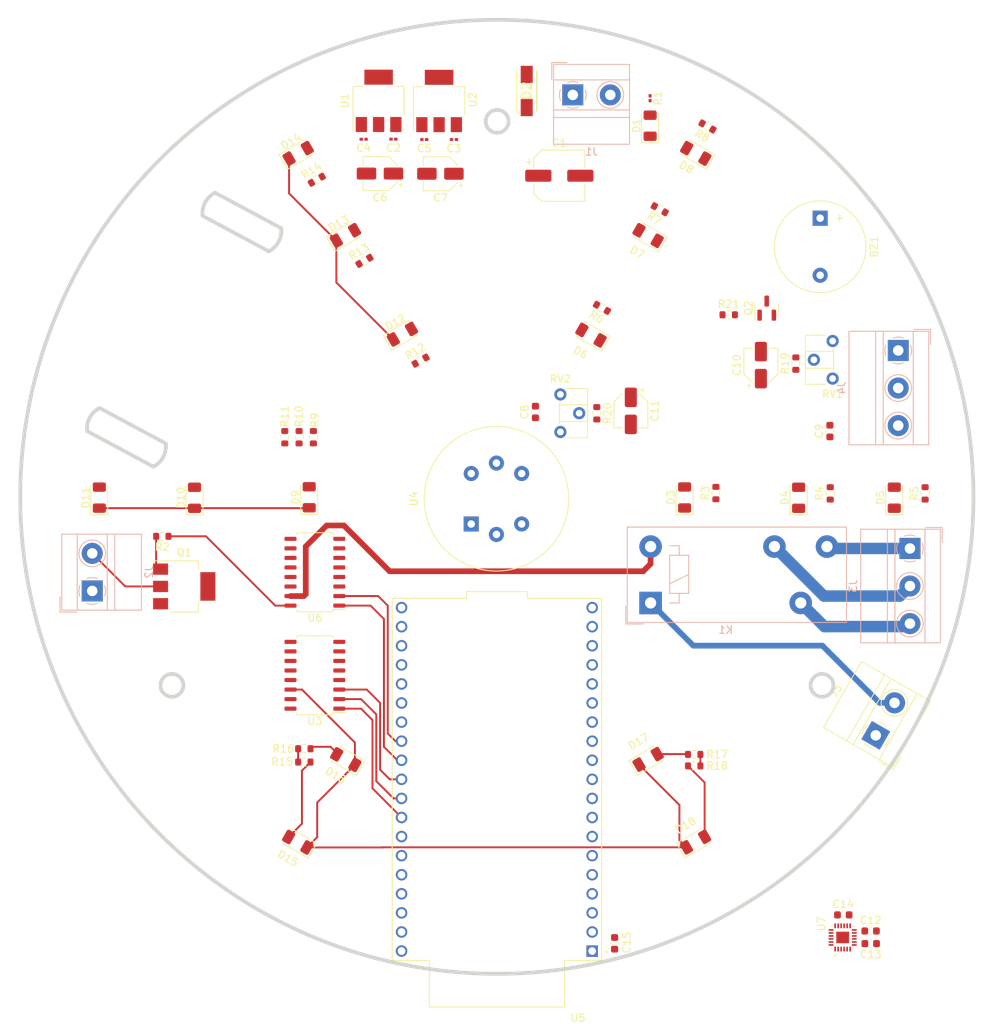
<source format=kicad_pcb>
(kicad_pcb (version 20221018) (generator pcbnew)
  (layers (0 "F.Cu" signal) (31 "B.Cu" signal) (34 "B.Paste" user) (35 "F.Paste" user) (36 "B.SilkS" user "B.Silkscreen") (37 "F.SilkS" user "F.Silkscreen") (38 "B.Mask" user) (39 "F.Mask" user) (44 "Edge.Cuts" user))
  (net 0 "")
  (net 1 "+3.3V")
  (net 2 "Net-(BZ1-+)")
  (net 3 "Earth")
  (net 4 "+5V")
  (net 5 "Net-(J4-Pin_3)")
  (net 6 "/Sen_ext")
  (net 7 "/Sen_int")
  (net 8 "Net-(U7-REGOUT)")
  (net 9 "Net-(D3-K)")
  (net 10 "Net-(D3-A)")
  (net 11 "Net-(D4-A)")
  (net 12 "Net-(D5-A)")
  (net 13 "Net-(D6-A)")
  (net 14 "Net-(D7-A)")
  (net 15 "Net-(D8-A)")
  (net 16 "Net-(D10-K)")
  (net 17 "Net-(D9-A)")
  (net 18 "Net-(D10-A)")
  (net 19 "Net-(D11-A)")
  (net 20 "Net-(D12-A)")
  (net 21 "Net-(D13-A)")
  (net 22 "Net-(D14-A)")
  (net 23 "Net-(D15-K)")
  (net 24 "Net-(D15-A)")
  (net 25 "Net-(D16-A)")
  (net 26 "Net-(D17-A)")
  (net 27 "Net-(D18-A)")
  (net 28 "+12V")
  (net 29 "/Pin_RL")
  (net 30 "Net-(Q1-G)")
  (net 31 "Net-(Q2-B)")
  (net 32 "/Pin_trans")
  (net 33 "/Pin_bzz")
  (net 34 "/ledR")
  (net 35 "/ledB")
  (net 36 "/ledY")
  (net 41 "GNDREF")
  (net 53 "/Pin_MPU")
  (net 68 "Net-(U5-IO16)")
  (net 69 "Net-(U5-IO17)")
  (net 71 "/SDA")
  (net 74 "/SCL")
  (net 91 "Net-(D2-A)")
  (net 92 "/Mod_trans/Trans_out")
  (net 93 "/Mod_Relay/Com")
  (net 94 "/Mod_Relay/NO")
  (net 95 "/Mod_Relay/12v_in")
  (net 96 "/Mod_Relay/NC")
  (net 97 "Net-(#FLG02-pwr)")
  (net 98 "Net-(#FLG05-pwr)")
  (footprint "Capacitor_SMD:C_0201_0603Metric" (layer "F.Cu") (at 91.625 47.43 180)
    (fp_text reference "C3")
    (fp_text value "100nf" hide)
  )
  (footprint "LED_SMD:LED_1206_3216Metric" (layer "F.Cu") (at 44.38 95.1 90)
    (fp_text reference "D11")
    (fp_text value "LED")
  )
  (footprint "LED_SMD:LED_1206_3216Metric" (layer "F.Cu") (at 123.812436 140.95 30)
    (fp_text reference "D18")
    (fp_text value "LED")
  )
  (footprint "Capacitor_SMD:CP_Elec_6.3x5.4" (layer "F.Cu") (at 105.67 52.25)
    (fp_text reference "C1")
    (fp_text value "100uf")
  )
  (footprint "Capacitor_SMD:C_0201_0603Metric" (layer "F.Cu") (at 79.595 47.39 180)
    (fp_text reference "C4")
    (fp_text value "100nf" hide)
  )
  (footprint "Package_TO_SOT_SMD:SOT-23" (layer "F.Cu") (at 133.3 69.8725 90)
    (fp_text reference "Q2")
    (fp_text value "BC817")
  )
  (footprint "Resistor_SMD:R_0603_1608Metric" (layer "F.Cu") (at 69.088 87.059 90)
    (fp_text reference "R11")
    (fp_text value "220" hide)
  )
  (footprint "Potentiometer_THT:Potentiometer_ACP_CA6-H2,5_Horizontal" (layer "F.Cu") (at 105.81 81.36)
    (fp_text reference "RV2")
    (fp_text value "60K")
  )
  (footprint "LED_SMD:LED_1206_3216Metric" (layer "F.Cu") (at 123.847564 49.27 150)
    (fp_text reference "D8")
    (fp_text value "LED")
  )
  (footprint "Resistor_SMD:R_0603_1608Metric" (layer "F.Cu") (at 87.18 76.86 30)
    (fp_text reference "R12")
    (fp_text value "220")
  )
  (footprint "Resistor_SMD:R_0603_1608Metric" (layer "F.Cu") (at 71.691 128.524)
    (fp_text reference "R16")
    (fp_text value "220" hide)
  )
  (footprint "LED_SMD:LED_1206_3216Metric" (layer "F.Cu") (at 117.497564 60.21 150)
    (fp_text reference "D7")
    (fp_text value "LED")
  )
  (footprint "Resistor_SMD:R_0603_1608Metric" (layer "F.Cu") (at 71.691 130.302)
    (fp_text reference "R15")
    (fp_text value "220" hide)
  )
  (footprint "Capacitor_SMD:C_0603_1608Metric" (layer "F.Cu") (at 147.153 154.469 180)
    (fp_text reference "C13")
    (fp_text value "10nF" hide)
  )
  (footprint "Resistor_SMD:R_0603_1608Metric" (layer "F.Cu") (at 52.769 100.25 180)
    (fp_text reference "R2")
    (fp_text value "220")
  )
  (footprint "Package_TO_SOT_SMD:SOT-223-3_TabPin2" (layer "F.Cu") (at 89.65 42.3 90)
    (fp_text reference "U2")
    (fp_text value "AMS1117-5.0" hide)
  )
  (footprint "esp32:MODULE_ESP32-DEVKITC" (layer "F.Cu") (at 97.3475 132.61 180)
    (fp_text reference "U5")
    (fp_text value "ESP32-DEVKITC")
  )
  (footprint "LED_SMD:LED_1206_3216Metric" (layer "F.Cu") (at 70.87 49.27 30)
    (fp_text reference "D14")
    (fp_text value "LED")
  )
  (footprint "LED_SMD:LED_1206_3216Metric" (layer "F.Cu") (at 84.757564 73.34 30)
    (fp_text reference "D12")
    (fp_text value "LED")
  )
  (footprint "LED_SMD:LED_1206_3216Metric" (layer "F.Cu") (at 72.34 95.05 90)
    (fp_text reference "D9")
    (fp_text value "LED")
  )
  (footprint "Package_TO_SOT_SMD:SOT-223-3_TabPin2" (layer "F.Cu") (at 81.59 42.28 90)
    (fp_text reference "U1")
    (fp_text value "AMS1117-3.3" hide)
  )
  (footprint "LED_SMD:LED_1206_3216Metric" (layer "F.Cu") (at 137.55 95.12 90)
    (fp_text reference "D4")
    (fp_text value "LED")
  )
  (footprint "Capacitor_SMD:C_0603_1608Metric" (layer "F.Cu") (at 102.48 83.7 90)
    (fp_text reference "C8")
    (fp_text value "100nf")
  )
  (footprint "Resistor_SMD:R_0603_1608Metric" (layer "F.Cu") (at 126.53 94.495 90)
    (fp_text reference "R3")
    (fp_text value "220")
  )
  (footprint "LED_SMD:LED_1206_3216Metric" (layer "F.Cu") (at 150.29 95.11 90)
    (fp_text reference "D5")
    (fp_text value "LED")
  )
  (footprint "Resistor_SMD:R_0603_1608Metric" (layer "F.Cu") (at 119.045529 56.7075 150)
    (fp_text reference "R7")
    (fp_text value "220")
  )
  (footprint "Resistor_SMD:R_0603_1608Metric" (layer "F.Cu") (at 79.7 63.58 30)
    (fp_text reference "R13")
    (fp_text value "220")
  )
  (footprint "Sensor:MQ-6" (layer "F.Cu") (at 93.93 98.61 90)
    (fp_text reference "U4")
    (fp_text value "MQ-6")
  )
  (footprint "Resistor_SMD:R_0201_0603Metric" (layer "F.Cu") (at 117.76 41.93 -90)
    (fp_text reference "R1")
    (fp_text value "220" hide)
  )
  (footprint "TerminalBlock_MetzConnect:TerminalBlock_MetzConnect_Type011_RT05502HBWC_1x02_P5.00mm_Horizontal" (layer "F.Cu") (at 147.828 126.746 60)
    (fp_text reference "J5")
    (fp_text value "12V-ext_in")
  )
  (footprint "Resistor_SMD:R_0603_1608Metric" (layer "F.Cu") (at 72.898 87.059 90)
    (fp_text reference "R9")
    (fp_text value "220" hide)
  )
  (footprint "Capacitor_SMD:C_0603_1608Metric" (layer "F.Cu") (at 113.03 154.432 90)
    (fp_text reference "C15")
    (fp_text value "100nF" hide)
  )
  (footprint "Capacitor_SMD:C_0201_0603Metric" (layer "F.Cu") (at 83.565 47.38 180)
    (fp_text reference "C2")
    (fp_text value "100nf" hide)
  )
  (footprint "Capacitor_SMD:CP_Elec_4x5.4" (layer "F.Cu") (at 115.19 83.55 -90)
    (fp_text reference "C11")
    (fp_text value "4.7 uF" hide)
  )
  (footprint "MPU-6500:QFN40P300X300X95-25N" (layer "F.Cu") (at 143.418 153.649 90)
    (fp_text reference "U7")
    (fp_text value "MPU-6500" hide)
  )
  (footprint "Capacitor_SMD:C_0201_0603Metric" (layer "F.Cu") (at 87.675 47.43 180)
    (fp_text reference "C5")
    (fp_text value "100nf" hide)
  )
  (footprint "Resistor_SMD:R_0603_1608Metric" (layer "F.Cu") (at 110.66 83.87 -90)
    (fp_text reference "R20")
    (fp_text value "100" hide)
  )
  (footprint "Buzzer_Beeper:Buzzer_12x9.5RM7.6" (layer "F.Cu") (at 140.42 57.9 -90)
    (fp_text reference "BZ1")
    (fp_text value "Buzzer")
  )
  (footprint "Resistor_SMD:R_0603_1608Metric" (layer "F.Cu") (at 73.35 52.78 30)
    (fp_text reference "R14")
    (fp_text value "220")
  )
  (footprint "Resistor_SMD:R_0603_1608Metric" (layer "F.Cu") (at 123.635 129.286 180)
    (fp_text reference "R17")
    (fp_text value "220" hide)
  )
  (footprint "Capacitor_SMD:C_0603_1608Metric" (layer "F.Cu") (at 147.138 152.789)
    (fp_text reference "C12")
    (fp_text value "100nF" hide)
  )
  (footprint "LED_SMD:LED_1206_3216Metric" (layer "F.Cu") (at 109.887564 73.47 150)
    (fp_text reference "D6")
    (fp_text value "LED")
  )
  (footprint "LED_SMD:LED_1206_3216Metric" (layer "F.Cu") (at 57.06 95.12 90)
    (fp_text reference "D10")
    (fp_text value "LED")
  )
  (footprint "Resistor_SMD:R_0603_1608Metric" (layer "F.Cu") (at 154.4 94.535 90)
    (fp_text reference "R5")
    (fp_text value "220")
  )
  (footprint "Resistor_SMD:R_0603_1608Metric" (layer "F.Cu") (at 141.76 94.535 90)
    (fp_text reference "R4")
    (fp_text value "220")
  )
  (footprint "Resistor_SMD:R_0603_1608Metric" (layer "F.Cu") (at 125.405529 45.6875 150)
    (fp_text reference "R8")
    (fp_text value "220")
  )
  (footprint "Capacitor_SMD:CP_Elec_4x5.4" (layer "F.Cu") (at 132.52 77.46 90)
    (fp_text reference "C10")
    (fp_text value "4.7 uF" hide)
  )
  (footprint "LED_SMD:LED_1206_3216Metric" (layer "F.Cu") (at 77.217564 129.97 150)
    (fp_text reference "D16")
    (fp_text value "LED")
  )
  (footprint "Resistor_SMD:R_0603_1608Metric" (layer "F.Cu") (at 123.635 130.81 180)
    (fp_text reference "R18")
    (fp_text value "220" hide)
  )
  (footprint "Potentiometer_THT:Potentiometer_ACP_CA6-H2,5_Horizontal" (layer "F.Cu") (at 142.08 79.25 180)
    (fp_text reference "RV1")
    (fp_text value "60K")
  )
  (footprint "Package_SO:SOIC-16_4.55x10.3mm_P1.27mm" (layer "F.Cu") (at 73.1 118.745 180)
    (fp_text reference "U3")
    (fp_text value "ULN2003")
  )
  (footprint "Resistor_SMD:R_0603_1608Metric" (layer "F.Cu") (at 111.345529 69.8375 150)
    (fp_text reference "R6")
    (fp_text value "220")
  )
  (footprint "Resistor_SMD:R_0603_1608Metric" (layer "F.Cu") (at 137.18 77.26 90)
    (fp_text reference "R19")
    (fp_text value "100" hide)
  )
  (footprint "Package_TO_SOT_SMD:SOT-223" (layer "F.Cu") (at 55.689 106.92)
    (fp_text reference "Q1")
    (fp_text value "BSP75N")
  )
  (footprint "LED_SMD:LED_1206_3216Metric" (layer "F.Cu") (at 70.817564 140.97 150)
    (fp_text reference "D15")
    (fp_text value "LED")
  )
  (footprint "Resistor_SMD:R_0603_1608Metric" (layer "F.Cu") (at 70.993 87.059 90)
    (fp_text reference "R10")
    (fp_text value "220" hide)
  )
  (footprint "Resistor_SMD:R_0603_1608Metric" (layer "F.Cu") (at 128.235 70.76)
    (fp_text reference "R21")
    (fp_text value "1K")
  )
  (footprint "LED_SMD:LED_1206_3216Metric" (layer "F.Cu") (at 117.497564 129.94 30)
    (fp_text reference "D17")
    (fp_text value "LED")
  )
  (footprint "Capacitor_SMD:CP_Elec_4x5.4" (layer "F.Cu") (at 89.82 51.98 180)
    (fp_text reference "C7")
    (fp_text value "22uf" hide)
  )
  (footprint "Capacitor_SMD:C_0603_1608Metric" (layer "F.Cu") (at 141.72 86.24 90)
    (fp_text reference "C9")
    (fp_text value "100nf" hide)
  )
  (footprint "M7:DIOM5327X240N" (layer "F.Cu") (at 101.32 40.97 90)
    (fp_text reference "D2")
    (fp_text value "LED" hide)
  )
  (footprint "LED_SMD:LED_1206_3216Metric" (layer "F.Cu") (at 117.76 45.59 90)
    (fp_text reference "D1")
    (fp_text value "M7")
  )
  (footprint "LED_SMD:LED_1206_3216Metric" (layer "F.Cu") (at 122.36 95.08 90)
    (fp_text reference "D3")
    (fp_text value "LED")
  )
  (footprint "Capacitor_SMD:CP_Elec_4x5.4" (layer "F.Cu") (at 81.77 51.96 180)
    (fp_text reference "C6")
    (fp_text value "22uf" hide)
  )
  (footprint "Capacitor_SMD:C_0603_1608Metric" (layer "F.Cu") (at 143.503 150.649)
    (fp_text reference "C14")
    (fp_text value "100μF" hide)
  )
  (footprint "Package_SO:SOIC-16_4.55x10.3mm_P1.27mm" (layer "F.Cu") (at 73.1 105.029 180)
    (fp_text reference "U6")
    (fp_text value "ULN2003")
  )
  (footprint "LED_SMD:LED_1206_3216Metric" (layer "F.Cu") (at 77.17 60.2 30)
    (fp_text reference "D13")
    (fp_text value "LED")
  )
  (footprint "Relay_THT:Relay_SPDT_Finder_40.31" (layer "B.Cu") (at 117.8285 109.1175)
    (fp_text reference "K1")
    (fp_text value "FINDER-40.31")
  )
  (footprint "TerminalBlock_MetzConnect:TerminalBlock_MetzConnect_Type011_RT05502HBWC_1x02_P5.00mm_Horizontal" (layer "B.Cu") (at 43.434 107.52 90)
    (fp_text reference "J2")
    (fp_text value "VAL/ Out")
  )
  (footprint "TerminalBlock_MetzConnect:TerminalBlock_MetzConnect_Type011_RT05502HBWC_1x02_P5.00mm_Horizontal" (layer "B.Cu") (at 107.46 41.49)
    (fp_text reference "J1")
    (fp_text value "IN/DC 12v")
  )
  (footprint "TerminalBlock_MetzConnect:TerminalBlock_MetzConnect_Type011_RT05503HBWC_1x03_P5.00mm_Horizontal" (layer "B.Cu") (at 150.82 75.51 -90)
    (fp_text reference "J4")
    (fp_text value "Sensor externo")
  )
  (footprint "TerminalBlock_MetzConnect:TerminalBlock_MetzConnect_Type011_RT05503HBWC_1x03_P5.00mm_Horizontal" (layer "B.Cu") (at 152.38 101.8675 -90)
    (fp_text reference "J3")
    (fp_text value "Relay / Out")
  )
  (gr_arc (start 53.23 87.89) (mid 52.889813 89.69308) (end 51.577099 90.975112) (stroke (width 0.5)) (layer "Edge.Cuts"))
  (gr_line (start 42.762492 86.252539) (end 51.577099 90.975112) (stroke (width 0.5)) (layer "Edge.Cuts"))
  (gr_arc (start 58.142492 57.592539) (mid 58.482702 55.789471) (end 59.795392 54.507426) (stroke (width 0.5)) (layer "Edge.Cuts"))
  (gr_arc (start 68.61 59.23) (mid 68.269813 61.03308) (end 66.957099 62.315112) (stroke (width 0.5)) (layer "Edge.Cuts"))
  (gr_circle (center 140.6652 120.0912) (end 142.1892 120.0912) (stroke (width 0.5)) (fill none) (layer "Edge.Cuts"))
  (gr_line (start 44.415392 83.167426) (end 53.23 87.89) (stroke (width 0.5)) (layer "Edge.Cuts"))
  (gr_circle (center 97.34 94.99) (end 160.840857 94.99) (stroke (width 0.5)) (fill none) (layer "Edge.Cuts"))
  (gr_arc (start 42.762492 86.252539) (mid 43.102702 84.449471) (end 44.415392 83.167426) (stroke (width 0.5)) (layer "Edge.Cuts"))
  (gr_circle (center 54.0512 120.0912) (end 55.5752 120.0912) (stroke (width 0.5)) (fill none) (layer "Edge.Cuts"))
  (gr_line (start 59.795392 54.507426) (end 68.61 59.23) (stroke (width 0.5)) (layer "Edge.Cuts"))
  (gr_circle (center 97.3836 45.0088) (end 98.9076 45.0088) (stroke (width 0.5)) (fill none) (layer "Edge.Cuts"))
  (gr_line (start 58.142492 57.592539) (end 66.957099 62.315112) (stroke (width 0.5)) (layer "Edge.Cuts"))
  (segment (start 70.866 130.302) (end 70.866 128.524) (width 0.254) (layer "F.Cu") (net 4))
  (segment (start 124.46 130.81) (end 124.46 129.286) (width 0.254) (layer "F.Cu") (net 4))
  (segment (start 75.957564 60.9) (end 69.657564 54.6) (width 0.254) (layer "F.Cu") (net 16))
  (segment (start 69.657564 54.6) (end 69.657564 49.97) (width 0.254) (layer "F.Cu") (net 16))
  (segment (start 72.29 96.5) (end 72.34 96.45) (width 0.254) (layer "F.Cu") (net 16))
  (segment (start 44.38 96.5) (end 72.29 96.5) (width 0.254) (layer "F.Cu") (net 16))
  (segment (start 75.957564 66.452436) (end 75.957564 60.9) (width 0.254) (layer "F.Cu") (net 16))
  (segment (start 83.545128 74.04) (end 75.957564 66.452436) (width 0.254) (layer "F.Cu") (net 16))
  (segment (start 121.666 136.020872) (end 116.285128 130.64) (width 0.254) (layer "F.Cu") (net 23))
  (segment (start 73.406 135.694) (end 78.43 130.67) (width 0.254) (layer "F.Cu") (net 23))
  (segment (start 71.374 120.65) (end 69.85 120.65) (width 0.254) (layer "F.Cu") (net 23))
  (segment (start 72.03 141.67) (end 73.406 140.294) (width 0.254) (layer "F.Cu") (net 23))
  (segment (start 82.124 141.65) (end 82.104 141.67) (width 0.254) (layer "F.Cu") (net 23))
  (segment (start 78.43 130.67) (end 78.43 127.706) (width 0.254) (layer "F.Cu") (net 23))
  (segment (start 122.6 141.65) (end 121.666 140.716) (width 0.254) (layer "F.Cu") (net 23))
  (segment (start 73.406 140.294) (end 73.406 135.694) (width 0.254) (layer "F.Cu") (net 23))
  (segment (start 82.104 141.67) (end 72.03 141.67) (width 0.254) (layer "F.Cu") (net 23))
  (segment (start 121.666 140.716) (end 121.666 136.020872) (width 0.254) (layer "F.Cu") (net 23))
  (segment (start 78.43 127.706) (end 71.374 120.65) (width 0.254) (layer "F.Cu") (net 23))
  (segment (start 122.6 141.65) (end 82.124 141.65) (width 0.254) (layer "F.Cu") (net 23))
  (segment (start 72.516 130.302) (end 71.374 131.444) (width 0.254) (layer "F.Cu") (net 24))
  (segment (start 71.374 138.501128) (end 69.605128 140.27) (width 0.254) (layer "F.Cu") (net 24))
  (segment (start 71.374 131.444) (end 71.374 138.501128) (width 0.254) (layer "F.Cu") (net 24))
  (segment (start 72.77 128.27) (end 72.516 128.524) (width 0.254) (layer "F.Cu") (net 25))
  (segment (start 76.005128 129.27) (end 76.005128 129.091128) (width 0.254) (layer "F.Cu") (net 25))
  (segment (start 76.005128 129.091128) (end 75.184 128.27) (width 0.254) (layer "F.Cu") (net 25))
  (segment (start 75.184 128.27) (end 72.77 128.27) (width 0.254) (layer "F.Cu") (net 25))
  (segment (start 122.764 129.24) (end 122.81 129.286) (width 0.254) (layer "F.Cu") (net 26))
  (segment (start 118.71 129.24) (end 122.764 129.24) (width 0.254) (layer "F.Cu") (net 26))
  (segment (start 125.024872 133.024872) (end 125.024872 140.25) (width 0.254) (layer "F.Cu") (net 27))
  (segment (start 122.81 130.81) (end 125.024872 133.024872) (width 0.254) (layer "F.Cu") (net 27))
  (segment (start 71.882 107.95) (end 71.628 108.204) (width 0.762) (layer "F.Cu") (net 29))
  (segment (start 71.628 108.204) (end 69.85 108.204) (width 0.762) (layer "F.Cu") (net 29))
  (segment (start 117.8285 101.6175) (end 117.8285 103.9135) (width 0.762) (layer "F.Cu") (net 29))
  (segment (start 83.058 104.902) (end 76.962 98.806) (width 0.762) (layer "F.Cu") (net 29))
  (segment (start 117.8285 103.9135) (end 116.84 104.902) (width 0.762) (layer "F.Cu") (net 29))
  (segment (start 74.676 98.806) (end 71.882 101.6) (width 0.762) (layer "F.Cu") (net 29))
  (segment (start 116.84 104.902) (end 83.058 104.902) (width 0.762) (layer "F.Cu") (net 29))
  (segment (start 71.882 101.6) (end 71.882 107.95) (width 0.762) (layer "F.Cu") (net 29))
  (segment (start 76.962 98.806) (end 74.676 98.806) (width 0.762) (layer "F.Cu") (net 29))
  (segment (start 52.539 104.62) (end 51.944 104.025) (width 0.254) (layer "F.Cu") (net 30))
  (segment (start 51.944 104.025) (end 51.944 100.25) (width 0.254) (layer "F.Cu") (net 30))
  (segment (start 58.594 100.25) (end 67.818 109.474) (width 0.254) (layer "F.Cu") (net 32))
  (segment (start 67.818 109.474) (end 69.85 109.474) (width 0.254) (layer "F.Cu") (net 32))
  (segment (start 53.594 100.25) (end 58.594 100.25) (width 0.254) (layer "F.Cu") (net 32))
  (segment (start 79.248 123.19) (end 80.772 124.714) (width 0.254) (layer "F.Cu") (net 34))
  (segment (start 80.772 124.714) (end 80.772 133.8045) (width 0.254) (layer "F.Cu") (net 34))
  (segment (start 80.772 133.8045) (end 84.6475 137.68) (width 0.254) (layer "F.Cu") (net 34))
  (segment (start 76.35 123.19) (end 79.248 123.19) (width 0.254) (layer "F.Cu") (net 34))
  (segment (start 81.28 123.952) (end 79.248 121.92) (width 0.254) (layer "F.Cu") (net 35))
  (segment (start 81.28 132.842) (end 81.28 123.952) (width 0.254) (layer "F.Cu") (net 35))
  (segment (start 84.6475 135.14) (end 83.578 135.14) (width 0.254) (layer "F.Cu") (net 35))
  (segment (start 83.578 135.14) (end 81.28 132.842) (width 0.254) (layer "F.Cu") (net 35))
  (segment (start 79.248 121.92) (end 76.35 121.92) (width 0.254) (layer "F.Cu") (net 35))
  (segment (start 83.07 132.6) (end 84.6475 132.6) (width 0.254) (layer "F.Cu") (net 36))
  (segment (start 81.788 122.428) (end 81.788 131.318) (width 0.254) (layer "F.Cu") (net 36))
  (segment (start 81.788 131.318) (end 83.07 132.6) (width 0.254) (layer "F.Cu") (net 36))
  (segment (start 80.01 120.65) (end 81.788 122.428) (width 0.254) (layer "F.Cu") (net 36))
  (segment (start 76.35 120.65) (end 80.01 120.65) (width 0.254) (layer "F.Cu") (net 36))
  (segment (start 81.534 108.204) (end 82.804 109.474) (width 0.254) (layer "F.Cu") (net 68))
  (segment (start 76.35 108.204) (end 81.534 108.204) (width 0.254) (layer "F.Cu") (net 68))
  (segment (start 82.804 126.492) (end 83.832 127.52) (width 0.254) (layer "F.Cu") (net 68))
  (segment (start 83.832 127.52) (end 84.6475 127.52) (width 0.254) (layer "F.Cu") (net 68))
  (segment (start 82.804 109.474) (end 82.804 126.492) (width 0.254) (layer "F.Cu") (net 68))
  (segment (start 82.296 111.252) (end 82.296 128.27) (width 0.254) (layer "F.Cu") (net 69))
  (segment (start 76.35 109.474) (end 80.518 109.474) (width 0.254) (layer "F.Cu") (net 69))
  (segment (start 80.518 109.474) (end 82.296 111.252) (width 0.254) (layer "F.Cu") (net 69))
  (segment (start 84.086 130.06) (end 84.6475 130.06) (width 0.254) (layer "F.Cu") (net 69))
  (segment (start 82.296 128.27) (end 84.086 130.06) (width 0.254) (layer "F.Cu") (net 69))
  (segment (start 52.539 106.92) (end 47.834 106.92) (width 0.254) (layer "F.Cu") (net 92))
  (segment (start 47.834 106.92) (end 43.434 102.52) (width 0.254) (layer "F.Cu") (net 92))
  (segment (start 151.9795 112.268) (end 152.38 111.8675) (width 1.524) (layer "F.Cu") (net 93))
  (segment (start 140.979 112.268) (end 151.9795 112.268) (width 1.524) (layer "B.Cu") (net 93))
  (segment (start 137.8285 109.1175) (end 140.979 112.268) (width 1.524) (layer "B.Cu") (net 93))
  (segment (start 141.3285 101.8675) (end 141.3285 101.6175) (width 0.254) (layer "F.Cu") (net 94))
  (segment (start 152.38 101.8675) (end 141.3285 101.8675) (width 1.524) (layer "B.Cu") (net 94))
  (segment (start 123.519 114.808) (end 117.8285 109.1175) (width 0.762) (layer "B.Cu") (net 95))
  (segment (start 140.716 114.808) (end 123.519 114.808) (width 0.762) (layer "B.Cu") (net 95))
  (segment (start 148.323873 122.415873) (end 140.716 114.808) (width 0.762) (layer "B.Cu") (net 95))
  (segment (start 150.328 122.415873) (end 148.323873 122.415873) (width 0.762) (layer "B.Cu") (net 95))
  (segment (start 140.915 108.204) (end 151.0435 108.204) (width 1.524) (layer "B.Cu") (net 96))
  (segment (start 151.0435 108.204) (end 152.38 106.8675) (width 1.524) (layer "B.Cu") (net 96))
  (segment (start 134.3285 101.6175) (end 140.915 108.204) (width 1.524) (layer "B.Cu") (net 96))
)
</source>
